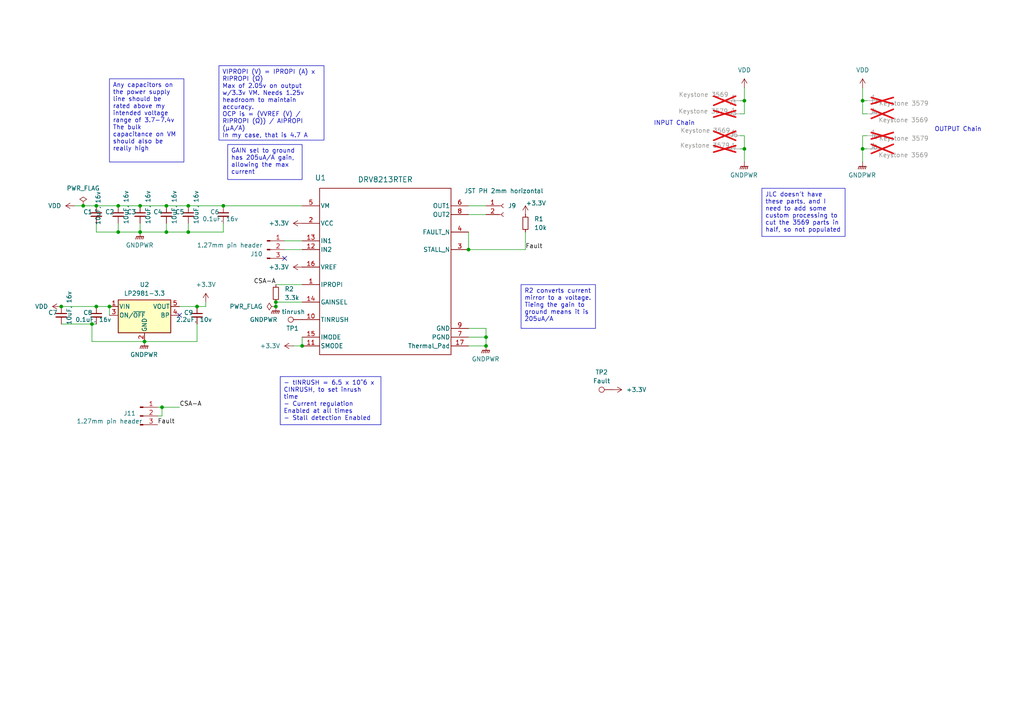
<source format=kicad_sch>
(kicad_sch (version 20231120) (generator "eeschema") (generator_version "8.0")
  (paper "A4")
  (title_block (date "2024-08-17") (rev "V1"))
  (lib_symbols
    (symbol "Connector:Conn_01x01_Pin" (pin_names (offset 1.016) hide)
      (property "Reference" "J" (at 0 2.54 0))
      (property "Value" "Conn_01x01_Pin" (at 0 -2.54 0))
      (symbol "Conn_01x01_Pin_1_1"
        (polyline (pts (xy 1.27 0) (xy 0.8636 0)) (stroke (width 0.1524)))
        (rectangle (start 0.8636 0.127) (end 0 -0.127) (stroke (width 0.1524)) (fill (type outline)))
        (pin passive line (at 5.08 0 180) (length 3.81) (name "Pin_1") (number "1"))
      )
    )
    (symbol "Connector:Conn_01x01_Socket" (pin_names (offset 1.016) hide)
      (property "Reference" "J" (at 0 2.54 0))
      (property "Value" "Conn_01x01_Socket" (at 0 -2.54 0))
      (symbol "Conn_01x01_Socket_1_1"
        (polyline (pts (xy -1.27 0) (xy -0.508 0)) (stroke (width 0.1524)))
        (arc (start 0 0.508) (mid -0.5058 0) (end 0 -0.508) (stroke (width 0.1524)))
        (pin passive line (at -5.08 0 0) (length 3.81) (name "Pin_1") (number "1"))
      )
    )
    (symbol "Connector:Conn_01x02_Socket" (pin_names (offset 1.016) hide)
      (property "Reference" "J" (at 0 2.54 0))
      (property "Value" "Conn_01x02_Socket" (at 0 -5.08 0))
      (symbol "Conn_01x02_Socket_1_1"
        (arc (start 0 -2.032) (mid -0.5058 -2.54) (end 0 -3.048) (stroke (width 0.1524)))
        (polyline (pts (xy -1.27 -2.54) (xy -0.508 -2.54)) (stroke (width 0.1524)))
        (polyline (pts (xy -1.27 0) (xy -0.508 0)) (stroke (width 0.1524)))
        (arc (start 0 0.508) (mid -0.5058 0) (end 0 -0.508) (stroke (width 0.1524)))
        (pin passive line (at -5.08 0 0) (length 3.81) (name "Pin_1") (number "1"))
        (pin passive line (at -5.08 -2.54 0) (length 3.81) (name "Pin_2") (number "2"))
      )
    )
    (symbol "Connector:Conn_01x03_Pin" (pin_names (offset 1.016) hide)
      (property "Reference" "J" (at 0 5.08 0))
      (property "Value" "Conn_01x03_Pin" (at 0 -5.08 0))
      (symbol "Conn_01x03_Pin_1_1"
        (polyline (pts (xy 1.27 -2.54) (xy 0.8636 -2.54)) (stroke (width 0.1524)))
        (polyline (pts (xy 1.27 0) (xy 0.8636 0)) (stroke (width 0.1524)))
        (polyline (pts (xy 1.27 2.54) (xy 0.8636 2.54)) (stroke (width 0.1524)))
        (rectangle (start 0.8636 -2.413) (end 0 -2.667) (stroke (width 0.1524)) (fill (type outline)))
        (rectangle (start 0.8636 0.127) (end 0 -0.127) (stroke (width 0.1524)) (fill (type outline)))
        (rectangle (start 0.8636 2.667) (end 0 2.413) (stroke (width 0.1524)) (fill (type outline)))
        (pin passive line (at 5.08 2.54 180) (length 3.81) (name "Pin_1") (number "1"))
        (pin passive line (at 5.08 0 180) (length 3.81) (name "Pin_2") (number "2"))
        (pin passive line (at 5.08 -2.54 180) (length 3.81) (name "Pin_3") (number "3"))
      )
    )
    (symbol "Connector:TestPoint" (pin_numbers hide) (pin_names (offset 0.762) hide)
      (property "Reference" "TP" (at 0 6.858 0))
      (property "Value" "TestPoint" (at 0 5.08 0))
      (symbol "TestPoint_0_1"
        (circle (center 0 3.302) (radius 0.762))
      )
      (symbol "TestPoint_1_1"
        (pin passive line (at 0 0 90) (length 2.54) (name "1") (number "1"))
      )
    )
    (symbol "DRV8213-wson-16:DRV8213RTER" (pin_names (offset 0.254))
      (property "Reference" "U" (at 0 2.54 0))
      (property "Value" "DRV8213RTER" (at 0 0 0))
      (symbol "DRV8213RTER_0_1"
        (polyline (pts (xy 5.08 -43.18) (xy 43.18 -43.18)) (stroke (width 0.2032)))
        (polyline (pts (xy 5.08 5.08) (xy 5.08 -43.18)) (stroke (width 0.2032)))
        (polyline (pts (xy 43.18 -43.18) (xy 43.18 5.08)) (stroke (width 0.2032)))
        (polyline (pts (xy 43.18 5.08) (xy 5.08 5.08)) (stroke (width 0.2032)))
        (pin unspecified line (at 0 -22.86 0) (length 5.08) (name "IPROPI") (number "1"))
        (pin unspecified line (at 0 -33.02 0) (length 5.08) (name "TINRUSH") (number "10"))
        (pin input line (at 0 -40.64 0) (length 5.08) (name "SMODE") (number "11"))
        (pin input line (at 0 -12.7 0) (length 5.08) (name "IN2") (number "12"))
        (pin input line (at 0 -10.16 0) (length 5.08) (name "IN1") (number "13"))
        (pin input line (at 0 -27.94 0) (length 5.08) (name "GAINSEL") (number "14"))
        (pin input line (at 0 -38.1 0) (length 5.08) (name "IMODE") (number "15"))
        (pin unspecified line (at 0 -17.78 0) (length 5.08) (name "VREF") (number "16"))
        (pin power_in line (at 48.26 -40.64 180) (length 5.08) (name "Thermal_Pad") (number "17"))
        (pin power_in line (at 0 -5.08 0) (length 5.08) (name "VCC") (number "2"))
        (pin open_collector line (at 48.26 -12.7 180) (length 5.08) (name "STALL_N") (number "3"))
        (pin open_collector line (at 48.26 -7.62 180) (length 5.08) (name "FAULT_N") (number "4"))
        (pin power_in line (at 0 0 0) (length 5.08) (name "VM") (number "5"))
        (pin unspecified line (at 48.26 0 180) (length 5.08) (name "OUT1") (number "6"))
        (pin power_in line (at 48.26 -38.1 180) (length 5.08) (name "PGND") (number "7"))
        (pin unspecified line (at 48.26 -2.54 180) (length 5.08) (name "OUT2") (number "8"))
        (pin power_in line (at 48.26 -35.56 180) (length 5.08) (name "GND") (number "9"))
      )
    )
    (symbol "Device:C_Small" (pin_numbers hide) (pin_names (offset 0.254) hide)
      (property "Reference" "C" (at 0.254 1.778 0))
      (property "Value" "C_Small" (at 0.254 -2.032 0))
      (symbol "C_Small_0_1"
        (polyline (pts (xy -1.524 -0.508) (xy 1.524 -0.508)) (stroke (width 0.3302)))
        (polyline (pts (xy -1.524 0.508) (xy 1.524 0.508)) (stroke (width 0.3048)))
      )
      (symbol "C_Small_1_1"
        (pin passive line (at 0 2.54 270) (length 2.032) (name "~") (number "1"))
        (pin passive line (at 0 -2.54 90) (length 2.032) (name "~") (number "2"))
      )
    )
    (symbol "Device:R_Small" (pin_numbers hide) (pin_names (offset 0.254) hide)
      (property "Reference" "R" (at 0.762 0.508 0))
      (property "Value" "R_Small" (at 0.762 -1.016 0))
      (symbol "R_Small_0_1"
        (rectangle (start -0.762 1.778) (end 0.762 -1.778) (stroke (width 0.2032)))
      )
      (symbol "R_Small_1_1"
        (pin passive line (at 0 2.54 270) (length 0.762) (name "~") (number "1"))
        (pin passive line (at 0 -2.54 90) (length 0.762) (name "~") (number "2"))
      )
    )
    (symbol "Regulator_Linear:LP2985-3.3" (pin_names (offset 0.254))
      (property "Reference" "U" (at -6.35 5.715 0))
      (property "Value" "LP2985-3.3" (at 0 5.715 0))
      (symbol "LP2985-3.3_0_1"
        (rectangle (start -7.62 -5.08) (end 7.62 4.445) (stroke (width 0.254)) (fill (type background)))
      )
      (symbol "LP2985-3.3_1_1"
        (pin power_in line (at -10.16 2.54 0) (length 2.54) (name "VIN") (number "1"))
        (pin power_in line (at 0 -7.62 90) (length 2.54) (name "GND") (number "2"))
        (pin input line (at -10.16 0 0) (length 2.54) (name "ON/~{OFF}") (number "3"))
        (pin input line (at 10.16 0 180) (length 2.54) (name "BP") (number "4"))
        (pin power_out line (at 10.16 2.54 180) (length 2.54) (name "VOUT") (number "5"))
      )
    )
    (symbol "power:+3.3V" (power) (pin_numbers hide) (pin_names (offset 0) hide)
      (property "Value" "+3.3V" (at 0 3.556 0))
      (symbol "+3.3V_0_1"
        (polyline (pts (xy -0.762 1.27) (xy 0 2.54)))
        (polyline (pts (xy 0 0) (xy 0 2.54)))
        (polyline (pts (xy 0 2.54) (xy 0.762 1.27)))
      )
      (symbol "+3.3V_1_1"
        (pin power_in line (at 0 0 90) (length 0) (name "~") (number "1"))
      )
    )
    (symbol "power:GNDPWR" (power) (pin_numbers hide) (pin_names (offset 0) hide)
      (property "Value" "GNDPWR" (at 0 -3.302 0))
      (symbol "GNDPWR_0_1"
        (polyline (pts (xy 0 -1.27) (xy 0 0)))
        (polyline (pts (xy -1.016 -1.27) (xy -1.27 -2.032) (xy -1.27 -2.032)) (stroke (width 0.2032)))
        (polyline (pts (xy -0.508 -1.27) (xy -0.762 -2.032) (xy -0.762 -2.032)) (stroke (width 0.2032)))
        (polyline (pts (xy 0 -1.27) (xy -0.254 -2.032) (xy -0.254 -2.032)) (stroke (width 0.2032)))
        (polyline (pts (xy 0.508 -1.27) (xy 0.254 -2.032) (xy 0.254 -2.032)) (stroke (width 0.2032)))
        (polyline (pts (xy 1.016 -1.27) (xy -1.016 -1.27) (xy -1.016 -1.27)) (stroke (width 0.2032)))
        (polyline (pts (xy 1.016 -1.27) (xy 0.762 -2.032) (xy 0.762 -2.032) (xy 0.762 -2.032)) (stroke (width 0.2032)))
      )
      (symbol "GNDPWR_1_1"
        (pin power_in line (at 0 0 270) (length 0) (name "~") (number "1"))
      )
    )
    (symbol "power:PWR_FLAG" (power) (pin_numbers hide) (pin_names (offset 0) hide)
      (property "Value" "PWR_FLAG" (at 0 3.81 0))
      (symbol "PWR_FLAG_0_0"
        (pin power_out line (at 0 0 90) (length 0) (name "~") (number "1"))
      )
      (symbol "PWR_FLAG_0_1"
        (polyline (pts (xy 0 0) (xy 0 1.27) (xy -1.016 1.905) (xy 0 2.54) (xy 1.016 1.905) (xy 0 1.27)))
      )
    )
    (symbol "power:VDD" (power) (pin_numbers hide) (pin_names (offset 0) hide)
      (property "Value" "VDD" (at 0 3.556 0))
      (symbol "VDD_0_1"
        (polyline (pts (xy -0.762 1.27) (xy 0 2.54)))
        (polyline (pts (xy 0 0) (xy 0 2.54)))
        (polyline (pts (xy 0 2.54) (xy 0.762 1.27)))
      )
      (symbol "VDD_1_1"
        (pin power_in line (at 0 0 90) (length 0) (name "~") (number "1"))
      )
    )
  )
  (junction (at 48.26 59.69))
  (junction (at 64.77 59.69))
  (junction (at 17.78 88.9))
  (junction (at 140.97 100.33))
  (junction (at 41.91 99.06))
  (junction (at 250.19 29.21))
  (junction (at 215.9 43.18))
  (junction (at 57.15 88.9))
  (junction (at 54.61 59.69))
  (junction (at 40.64 67.31))
  (junction (at 48.26 67.31))
  (junction (at 24.13 59.69))
  (junction (at 140.97 97.79))
  (junction (at 27.94 59.69))
  (junction (at 215.9 29.21))
  (junction (at 31.75 88.9))
  (junction (at 26.67 93.98))
  (junction (at 87.63 100.33))
  (junction (at 80.01 87.63))
  (junction (at 40.64 59.69))
  (junction (at 34.29 67.31))
  (junction (at 250.19 43.18))
  (junction (at 27.94 88.9))
  (junction (at 46.99 118.11))
  (junction (at 80.01 88.9))
  (junction (at 54.61 67.31))
  (junction (at 34.29 59.69))
  (junction (at 135.89 72.39))
  (no_connect (at 52.07 91.44))
  (no_connect (at 82.55 74.93))
  (wire (pts (xy 215.9 43.18) (xy 215.9 46.99)))
  (wire (pts (xy 48.26 64.77) (xy 48.26 67.31)))
  (wire (pts (xy 31.75 88.9) (xy 31.75 91.44)))
  (wire (pts (xy 27.94 67.31) (xy 27.94 64.77)))
  (wire (pts (xy 64.77 59.69) (xy 87.63 59.69)))
  (wire (pts (xy 40.64 64.77) (xy 40.64 67.31)))
  (wire (pts (xy 27.94 67.31) (xy 34.29 67.31)))
  (wire (pts (xy 54.61 67.31) (xy 48.26 67.31)))
  (wire (pts (xy 54.61 64.77) (xy 54.61 67.31)))
  (wire (pts (xy 45.72 120.65) (xy 46.99 120.65)))
  (wire (pts (xy 250.19 29.21) (xy 251.46 29.21)))
  (wire (pts (xy 85.09 100.33) (xy 87.63 100.33)))
  (wire (pts (xy 215.9 33.02) (xy 214.63 33.02)))
  (wire (pts (xy 34.29 67.31) (xy 34.29 64.77)))
  (wire (pts (xy 59.69 88.9) (xy 59.69 87.63)))
  (wire (pts (xy 250.19 25.4) (xy 250.19 29.21)))
  (wire (pts (xy 214.63 39.37) (xy 215.9 39.37)))
  (wire (pts (xy 34.29 67.31) (xy 40.64 67.31)))
  (wire (pts (xy 250.19 39.37) (xy 250.19 43.18)))
  (wire (pts (xy 27.94 59.69) (xy 34.29 59.69)))
  (wire (pts (xy 140.97 97.79) (xy 140.97 100.33)))
  (wire (pts (xy 64.77 67.31) (xy 54.61 67.31)))
  (wire (pts (xy 64.77 64.77) (xy 64.77 67.31)))
  (wire (pts (xy 214.63 43.18) (xy 215.9 43.18)))
  (wire (pts (xy 46.99 118.11) (xy 45.72 118.11)))
  (wire (pts (xy 152.4 72.39) (xy 135.89 72.39)))
  (wire (pts (xy 215.9 29.21) (xy 215.9 33.02)))
  (wire (pts (xy 80.01 82.55) (xy 87.63 82.55)))
  (wire (pts (xy 82.55 69.85) (xy 87.63 69.85)))
  (wire (pts (xy 26.67 99.06) (xy 26.67 93.98)))
  (wire (pts (xy 87.63 87.63) (xy 80.01 87.63)))
  (wire (pts (xy 250.19 43.18) (xy 250.19 46.99)))
  (wire (pts (xy 152.4 67.31) (xy 152.4 72.39)))
  (wire (pts (xy 215.9 25.4) (xy 215.9 29.21)))
  (wire (pts (xy 250.19 29.21) (xy 250.19 33.02)))
  (wire (pts (xy 26.67 93.98) (xy 27.94 93.98)))
  (wire (pts (xy 27.94 88.9) (xy 31.75 88.9)))
  (wire (pts (xy 250.19 33.02) (xy 251.46 33.02)))
  (wire (pts (xy 40.64 59.69) (xy 48.26 59.69)))
  (wire (pts (xy 82.55 72.39) (xy 87.63 72.39)))
  (wire (pts (xy 135.89 62.23) (xy 140.97 62.23)))
  (wire (pts (xy 140.97 95.25) (xy 140.97 97.79)))
  (wire (pts (xy 251.46 39.37) (xy 250.19 39.37)))
  (wire (pts (xy 135.89 97.79) (xy 140.97 97.79)))
  (wire (pts (xy 46.99 120.65) (xy 46.99 118.11)))
  (wire (pts (xy 48.26 59.69) (xy 54.61 59.69)))
  (wire (pts (xy 57.15 88.9) (xy 59.69 88.9)))
  (wire (pts (xy 17.78 93.98) (xy 26.67 93.98)))
  (wire (pts (xy 250.19 43.18) (xy 251.46 43.18)))
  (wire (pts (xy 34.29 59.69) (xy 40.64 59.69)))
  (wire (pts (xy 135.89 100.33) (xy 140.97 100.33)))
  (wire (pts (xy 135.89 67.31) (xy 135.89 72.39)))
  (wire (pts (xy 80.01 87.63) (xy 80.01 88.9)))
  (wire (pts (xy 40.64 67.31) (xy 48.26 67.31)))
  (wire (pts (xy 57.15 93.98) (xy 57.15 99.06)))
  (wire (pts (xy 135.89 95.25) (xy 140.97 95.25)))
  (wire (pts (xy 21.59 59.69) (xy 24.13 59.69)))
  (wire (pts (xy 215.9 39.37) (xy 215.9 43.18)))
  (wire (pts (xy 17.78 88.9) (xy 27.94 88.9)))
  (wire (pts (xy 26.67 99.06) (xy 41.91 99.06)))
  (wire (pts (xy 54.61 59.69) (xy 64.77 59.69)))
  (wire (pts (xy 87.63 97.79) (xy 87.63 100.33)))
  (wire (pts (xy 24.13 59.69) (xy 27.94 59.69)))
  (wire (pts (xy 41.91 99.06) (xy 57.15 99.06)))
  (wire (pts (xy 214.63 29.21) (xy 215.9 29.21)))
  (wire (pts (xy 135.89 59.69) (xy 140.97 59.69)))
  (wire (pts (xy 52.07 118.11) (xy 46.99 118.11)))
  (wire (pts (xy 52.07 88.9) (xy 57.15 88.9)))
  (text_box "GAIN sel to ground has 205uA/A gain, allowing the max current" (at 66.04 41.91 0) (size 21.59 10.16) (effects (font (size 1.27 1.27)) (justify left top)))
  (text_box "R2 converts current mirror to a voltage. Tieing the gain to ground means it is 205uA/A" (at 151.13 82.55 0) (size 21.59 12.7) (effects (font (size 1.27 1.27)) (justify left top)))
  (text_box "VIPROPI (V) = IPROPI (A) x RIPROPI (Ω)\nMax of 2.05v on output w/3.3v VM. Needs 1.25v headroom to maintain accuracy.\nOCP is = (VVREF (V) / RIPROPI (Ω)) / AIPROPI (μA/A)\nIn my case, that is 4.7 A" (at 63.5 19.05 0) (size 30.48 21.59) (effects (font (size 1.27 1.27)) (justify left top)))
  (text_box "- tINRUSH = 6.5 x 10^6 x CINRUSH, to set inrush time\n- Current regulation Enabled at all times\n- Stall detection Enabled" (at 81.28 109.22 0) (size 29.21 13.97) (effects (font (size 1.27 1.27)) (justify left top)))
  (text_box "JLC doesn't have these parts, and I need to add some custom processing to cut the 3569 parts in half, so not populated" (at 220.98 54.61 0) (size 24.13 13.97) (effects (font (size 1.27 1.27)) (justify left top)))
  (text_box "Any capacitors on the power supply line should be rated above my intended voltage range of 3.7-7.4v\nThe bulk capacitance on VM should also be really high" (at 31.75 22.86 0) (size 21.59 24.13) (effects (font (size 1.27 1.27)) (justify left top)))
  (text "INPUT Chain" (at 195.58 35.814 0) (effects (font (size 1.27 1.27))))
  (text "OUTPUT Chain" (at 277.876 37.592 0) (effects (font (size 1.27 1.27))))
  (label "Fault" (at 152.4 72.39 0))
  (label "CSA-A" (at 80.01 82.55 180))
  (label "Fault" (at 45.72 123.19 0))
  (label "CSA-A" (at 52.07 118.11 0))
  (symbol (lib_id "power:GNDPWR") (at 250.19 46.99 0) (unit 1)
    (property "Reference" "#PWR04" (effects (hide yes)))
    (property "Value" "GNDPWR" (at 250.063 50.8 0))
    (property "Description" "Power symbol creates a global label with name \"GNDPWR\" , global ground" (effects (hide yes)))
  )
  (symbol (lib_id "Connector:Conn_01x01_Pin") (at 209.55 33.02 0) (unit 1) (dnp yes)
    (property "Reference" "J3" (at 212.598 32.766 0))
    (property "Value" "Keystone 3579" (at 203.962 32.258 0))
    (property "Footprint" "custom_Connector:Keystone_3579" (effects (hide yes)))
    (property "Description" "Generic connector, single row, 01x01, script generated" (effects (hide yes)))
  )
  (symbol (lib_id "power:+3.3V") (at 87.63 64.77 90) (unit 1)
    (property "Reference" "#PWR07" (effects (hide yes)))
    (property "Value" "+3.3V" (at 83.82 64.7699 90) (effects (justify left)))
    (property "Description" "Power symbol creates a global label with name \"+3.3V\"" (effects (hide yes)))
  )
  (symbol (lib_id "Device:R_Small") (at 80.01 85.09 0) (unit 1)
    (property "Reference" "R2" (at 82.55 83.8199 0) (effects (justify left)))
    (property "Value" "3.3k" (at 82.55 86.3599 0) (effects (justify left)))
    (property "Footprint" "Resistor_SMD:R_0402_1005Metric" (effects (hide yes)))
    (property "Description" "Resistor, small symbol" (effects (hide yes)))
  )
  (symbol (lib_id "Device:C_Small") (at 17.78 91.44 0) (unit 1)
    (property "Reference" "C7" (at 13.97 90.678 0) (effects (justify left)))
    (property "Value" "10uF, 16v" (at 20.066 94.234 90) (effects (justify left)))
    (property "Footprint" "Capacitor_SMD:C_0603_1608Metric" (effects (hide yes)))
    (property "Description" "Unpolarized capacitor, small symbol" (effects (hide yes)))
  )
  (symbol (lib_id "Device:C_Small") (at 40.64 62.23 0) (unit 1)
    (property "Reference" "C3" (at 36.83 61.468 0) (effects (justify left)))
    (property "Value" "10uF, 16v" (at 42.926 65.024 90) (effects (justify left)))
    (property "Footprint" "Capacitor_SMD:C_0603_1608Metric" (effects (hide yes)))
    (property "Description" "Unpolarized capacitor, small symbol" (effects (hide yes)))
  )
  (symbol (lib_id "power:GNDPWR") (at 40.64 67.31 0) (unit 1)
    (property "Reference" "#PWR08" (effects (hide yes)))
    (property "Value" "GNDPWR" (at 40.513 71.12 0))
    (property "Description" "Power symbol creates a global label with name \"GNDPWR\" , global ground" (effects (hide yes)))
  )
  (symbol (lib_id "Connector:Conn_01x01_Pin") (at 256.54 29.21 180) (unit 1) (dnp yes)
    (property "Reference" "J2" (at 253.492 29.464 0))
    (property "Value" "Keystone 3579" (at 262.128 29.972 0))
    (property "Footprint" "custom_Connector:Keystone_3579" (effects (hide yes)))
    (property "Description" "Generic connector, single row, 01x01, script generated" (effects (hide yes)))
  )
  (symbol (lib_id "Device:C_Small") (at 34.29 62.23 0) (unit 1)
    (property "Reference" "C2" (at 30.48 61.468 0) (effects (justify left)))
    (property "Value" "10uF, 16v" (at 36.576 65.024 90) (effects (justify left)))
    (property "Footprint" "Capacitor_SMD:C_0603_1608Metric" (effects (hide yes)))
    (property "Description" "Unpolarized capacitor, small symbol" (effects (hide yes)))
  )
  (symbol (lib_id "Connector:Conn_01x01_Pin") (at 209.55 43.18 0) (unit 1) (dnp yes)
    (property "Reference" "J7" (at 212.598 42.926 0))
    (property "Value" "Keystone 3579" (at 204.47 42.164 0))
    (property "Footprint" "custom_Connector:Keystone_3579" (effects (hide yes)))
    (property "Description" "Generic connector, single row, 01x01, script generated" (effects (hide yes)))
  )
  (symbol (lib_id "Connector:TestPoint") (at 177.8 113.03 90) (unit 1) (in_bom no)
    (property "Reference" "TP2" (at 174.498 107.95 90))
    (property "Value" "Fault" (at 174.498 110.49 90))
    (property "Footprint" "TestPoint:TestPoint_Pad_D1.0mm" (effects (hide yes)))
    (property "Description" "test point" (effects (hide yes)))
  )
  (symbol (lib_id "DRV8213-wson-16:DRV8213RTER") (at 87.63 59.69 0) (unit 1)
    (property "Reference" "U1" (at 92.964 51.562 0) (effects (font (size 1.524 1.524))))
    (property "Value" "DRV8213RTER" (at 111.76 52.07 0) (effects (font (size 1.524 1.524))))
    (property "Footprint" "Package_DFN_QFN:WQFN-16-1EP_3x3mm_P0.5mm_EP1.68x1.68mm_ThermalVias" (effects (hide yes)))
    (property "Datasheet" "DRV8213RTER" (effects (hide yes)))
  )
  (symbol (lib_id "Device:C_Small") (at 48.26 62.23 0) (unit 1)
    (property "Reference" "C4" (at 44.45 61.468 0) (effects (justify left)))
    (property "Value" "10uF, 16v" (at 50.546 65.024 90) (effects (justify left)))
    (property "Footprint" "Capacitor_SMD:C_0603_1608Metric" (effects (hide yes)))
    (property "Description" "Unpolarized capacitor, small symbol" (effects (hide yes)))
  )
  (symbol (lib_id "power:GNDPWR") (at 140.97 100.33 0) (unit 1)
    (property "Reference" "#PWR015" (effects (hide yes)))
    (property "Value" "GNDPWR" (at 140.843 104.14 0))
    (property "Description" "Power symbol creates a global label with name \"GNDPWR\" , global ground" (effects (hide yes)))
  )
  (symbol (lib_id "power:VDD") (at 21.59 59.69 90) (unit 1)
    (property "Reference" "#PWR05" (effects (hide yes)))
    (property "Value" "VDD" (at 17.78 59.6899 90) (effects (justify left)))
    (property "Description" "Power symbol creates a global label with name \"VDD\"" (effects (hide yes)))
  )
  (symbol (lib_id "Connector:Conn_01x03_Pin") (at 77.47 72.39 0) (unit 1)
    (property "Reference" "J10" (at 76.2 73.6601 0) (effects (justify right)))
    (property "Value" "1.27mm pin header" (at 76.2 71.1201 0) (effects (justify right)))
    (property "Footprint" "Connector_PinHeader_1.27mm:PinHeader_1x03_P1.27mm_Horizontal" (effects (hide yes)))
    (property "Description" "Generic connector, single row, 01x03, script generated" (effects (hide yes)))
  )
  (symbol (lib_id "Device:C_Small") (at 57.15 91.44 0) (unit 1)
    (property "Reference" "C9" (at 53.34 90.678 0) (effects (justify left)))
    (property "Value" "2.2uF, 10v" (at 51.054 92.71 0) (effects (justify left)))
    (property "Footprint" "Capacitor_SMD:C_0402_1005Metric" (effects (hide yes)))
    (property "Description" "Unpolarized capacitor, small symbol" (effects (hide yes)))
  )
  (symbol (lib_id "power:PWR_FLAG") (at 80.01 88.9 90) (unit 1)
    (property "Reference" "#FLG02" (effects (hide yes)))
    (property "Value" "PWR_FLAG" (at 76.2 88.8999 90) (effects (justify left)))
    (property "Description" "Special symbol for telling ERC where power comes from" (effects (hide yes)))
  )
  (symbol (lib_id "Connector:Conn_01x01_Socket") (at 209.55 29.21 180) (unit 1) (dnp yes)
    (property "Reference" "J1" (at 213.868 29.718 0) (effects (justify left)))
    (property "Value" "Keystone 3569" (at 211.328 27.432 0) (effects (justify left)))
    (property "Footprint" "custom_Connector:Keystone_3569_half" (effects (hide yes)))
    (property "Description" "Generic connector, single row, 01x01, script generated" (effects (hide yes)))
  )
  (symbol (lib_id "Device:C_Small") (at 27.94 62.23 0) (unit 1)
    (property "Reference" "C1" (at 24.13 61.468 0) (effects (justify left)))
    (property "Value" "10uF, 16v" (at 28.448 65.278 90) (effects (justify left)))
    (property "Footprint" "Capacitor_SMD:C_0603_1608Metric" (effects (hide yes)))
    (property "Description" "Unpolarized capacitor, small symbol" (effects (hide yes)))
  )
  (symbol (lib_id "power:+3.3V") (at 152.4 62.23 0) (unit 1)
    (property "Reference" "#PWR06" (effects (hide yes)))
    (property "Value" "+3.3V" (at 155.448 58.928 0))
    (property "Description" "Power symbol creates a global label with name \"+3.3V\"" (effects (hide yes)))
  )
  (symbol (lib_id "power:VDD") (at 17.78 88.9 90) (unit 1)
    (property "Reference" "#PWR011" (effects (hide yes)))
    (property "Value" "VDD" (at 13.97 88.8999 90) (effects (justify left)))
    (property "Description" "Power symbol creates a global label with name \"VDD\"" (effects (hide yes)))
  )
  (symbol (lib_id "Device:C_Small") (at 54.61 62.23 0) (unit 1)
    (property "Reference" "C5" (at 50.8 61.468 0) (effects (justify left)))
    (property "Value" "10uF, 16v" (at 56.896 65.024 90) (effects (justify left)))
    (property "Footprint" "Capacitor_SMD:C_0603_1608Metric" (effects (hide yes)))
    (property "Description" "Unpolarized capacitor, small symbol" (effects (hide yes)))
  )
  (symbol (lib_id "power:PWR_FLAG") (at 24.13 59.69 0) (unit 1)
    (property "Reference" "#FLG01" (effects (hide yes)))
    (property "Value" "PWR_FLAG" (at 24.13 54.61 0))
    (property "Description" "Special symbol for telling ERC where power comes from" (effects (hide yes)))
  )
  (symbol (lib_id "power:+3.3V") (at 87.63 77.47 90) (unit 1)
    (property "Reference" "#PWR09" (effects (hide yes)))
    (property "Value" "+3.3V" (at 83.82 77.4699 90) (effects (justify left)))
    (property "Description" "Power symbol creates a global label with name \"+3.3V\"" (effects (hide yes)))
  )
  (symbol (lib_id "Device:C_Small") (at 27.94 91.44 0) (unit 1)
    (property "Reference" "C8" (at 24.13 90.678 0) (effects (justify left)))
    (property "Value" "0.1uF, 16v" (at 21.844 92.71 0) (effects (justify left)))
    (property "Footprint" "Capacitor_SMD:C_0402_1005Metric" (effects (hide yes)))
    (property "Description" "Unpolarized capacitor, small symbol" (effects (hide yes)))
  )
  (symbol (lib_id "Connector:Conn_01x02_Socket") (at 146.05 59.69 0) (unit 1)
    (property "Reference" "J9" (at 147.32 59.6899 0) (effects (justify left)))
    (property "Value" "JST PH 2mm horizontal" (at 134.62 55.372 0) (effects (justify left)))
    (property "Footprint" "Connector_JST:JST_PH_S2B-PH-K_1x02_P2.00mm_Horizontal" (effects (hide yes)))
    (property "Description" "Generic connector, single row, 01x02, script generated" (effects (hide yes)))
  )
  (symbol (lib_id "Connector:Conn_01x01_Pin") (at 256.54 39.37 180) (unit 1) (dnp yes)
    (property "Reference" "J6" (at 253.492 39.624 0))
    (property "Value" "Keystone 3579" (at 262.128 40.132 0))
    (property "Footprint" "custom_Connector:Keystone_3579" (effects (hide yes)))
    (property "Description" "Generic connector, single row, 01x01, script generated" (effects (hide yes)))
  )
  (symbol (lib_id "Connector:Conn_01x03_Pin") (at 40.64 120.65 0) (unit 1)
    (property "Reference" "J11" (at 37.592 119.888 0))
    (property "Value" "1.27mm pin header" (at 31.75 122.174 0))
    (property "Footprint" "Connector_PinHeader_1.27mm:PinHeader_1x03_P1.27mm_Horizontal" (effects (hide yes)))
    (property "Description" "Generic connector, single row, 01x03, script generated" (effects (hide yes)))
  )
  (symbol (lib_id "power:GNDPWR") (at 80.01 88.9 0) (unit 1)
    (property "Reference" "#PWR012" (effects (hide yes)))
    (property "Value" "GNDPWR" (at 76.454 92.71 0))
    (property "Description" "Power symbol creates a global label with name \"GNDPWR\" , global ground" (effects (hide yes)))
  )
  (symbol (lib_id "power:+3.3V") (at 177.8 113.03 270) (unit 1)
    (property "Reference" "#PWR016" (effects (hide yes)))
    (property "Value" "+3.3V" (at 181.61 113.0299 90) (effects (justify left)))
    (property "Description" "Power symbol creates a global label with name \"+3.3V\"" (effects (hide yes)))
  )
  (symbol (lib_id "power:+3.3V") (at 59.69 87.63 0) (unit 1)
    (property "Reference" "#PWR010" (effects (hide yes)))
    (property "Value" "+3.3V" (at 59.69 82.55 0))
    (property "Description" "Power symbol creates a global label with name \"+3.3V\"" (effects (hide yes)))
  )
  (symbol (lib_id "power:+3.3V") (at 85.09 100.33 90) (unit 1)
    (property "Reference" "#PWR014" (effects (hide yes)))
    (property "Value" "+3.3V" (at 81.28 100.3299 90) (effects (justify left)))
    (property "Description" "Power symbol creates a global label with name \"+3.3V\"" (effects (hide yes)))
  )
  (symbol (lib_id "Device:C_Small") (at 64.77 62.23 0) (unit 1)
    (property "Reference" "C6" (at 60.96 61.468 0) (effects (justify left)))
    (property "Value" "0.1uF, 16v" (at 58.674 63.5 0) (effects (justify left)))
    (property "Footprint" "Capacitor_SMD:C_0402_1005Metric" (effects (hide yes)))
    (property "Description" "Unpolarized capacitor, small symbol" (effects (hide yes)))
  )
  (symbol (lib_id "power:VDD") (at 250.19 25.4 0) (unit 1)
    (property "Reference" "#PWR02" (effects (hide yes)))
    (property "Value" "VDD" (at 250.19 20.32 0))
    (property "Description" "Power symbol creates a global label with name \"VDD\"" (effects (hide yes)))
  )
  (symbol (lib_id "Connector:Conn_01x01_Socket") (at 209.55 39.37 180) (unit 1) (dnp yes)
    (property "Reference" "J5" (at 214.122 39.116 0) (effects (justify left)))
    (property "Value" "Keystone 3569" (at 211.836 37.846 0) (effects (justify left)))
    (property "Footprint" "custom_Connector:Keystone_3569_half" (effects (hide yes)))
    (property "Description" "Generic connector, single row, 01x01, script generated" (effects (hide yes)))
  )
  (symbol (lib_id "power:GNDPWR") (at 41.91 99.06 0) (unit 1)
    (property "Reference" "#PWR013" (effects (hide yes)))
    (property "Value" "GNDPWR" (at 41.783 102.87 0))
    (property "Description" "Power symbol creates a global label with name \"GNDPWR\" , global ground" (effects (hide yes)))
  )
  (symbol (lib_id "Regulator_Linear:LP2985-3.3") (at 41.91 91.44 0) (unit 1)
    (property "Reference" "U2" (at 41.91 82.55 0))
    (property "Value" "LP2981-3.3" (at 41.91 85.09 0))
    (property "Footprint" "Package_TO_SOT_SMD:SOT-23-5" (effects (hide yes)))
    (property "Datasheet" "http://www.ti.com/lit/ds/symlink/lp2981.pdf" (effects (hide yes)))
    (property "Description" "150mA 16V Low-noise Low-dropout Regulator With Shutdown, 3.3V output voltage, SOT-23-5" (effects (hide yes)))
  )
  (symbol (lib_id "power:GNDPWR") (at 215.9 46.99 0) (unit 1)
    (property "Reference" "#PWR03" (effects (hide yes)))
    (property "Value" "GNDPWR" (at 215.773 50.8 0))
    (property "Description" "Power symbol creates a global label with name \"GNDPWR\" , global ground" (effects (hide yes)))
  )
  (symbol (lib_id "power:VDD") (at 215.9 25.4 0) (unit 1)
    (property "Reference" "#PWR01" (effects (hide yes)))
    (property "Value" "VDD" (at 215.9 20.32 0))
    (property "Description" "Power symbol creates a global label with name \"VDD\"" (effects (hide yes)))
  )
  (symbol (lib_id "Device:R_Small") (at 152.4 64.77 0) (unit 1)
    (property "Reference" "R1" (at 154.94 63.4999 0) (effects (justify left)))
    (property "Value" "10k" (at 154.94 66.0399 0) (effects (justify left)))
    (property "Footprint" "Resistor_SMD:R_0402_1005Metric" (effects (hide yes)))
    (property "Description" "Resistor, small symbol" (effects (hide yes)))
  )
  (symbol (lib_id "Connector:TestPoint") (at 87.63 92.71 90) (unit 1) (in_bom no)
    (property "Reference" "TP1" (at 84.836 95.25 90))
    (property "Value" "tinrush" (at 85.09 90.424 90))
    (property "Footprint" "TestPoint:TestPoint_Pad_D1.0mm" (effects (hide yes)))
    (property "Description" "test point" (effects (hide yes)))
  )
  (symbol (lib_id "Connector:Conn_01x01_Socket") (at 256.54 43.18 0) (unit 1) (dnp yes)
    (property "Reference" "J8" (at 252.222 42.672 0) (effects (justify left)))
    (property "Value" "Keystone 3569" (at 254.762 44.958 0) (effects (justify left)))
    (property "Footprint" "custom_Connector:Keystone_3569_half" (effects (hide yes)))
    (property "Description" "Generic connector, single row, 01x01, script generated" (effects (hide yes)))
  )
  (symbol (lib_id "Connector:Conn_01x01_Socket") (at 256.54 33.02 0) (unit 1) (dnp yes)
    (property "Reference" "J4" (at 252.222 32.512 0) (effects (justify left)))
    (property "Value" "Keystone 3569" (at 254.762 34.798 0) (effects (justify left)))
    (property "Footprint" "custom_Connector:Keystone_3569_half" (effects (hide yes)))
    (property "Description" "Generic connector, single row, 01x01, script generated" (effects (hide yes)))
  )
)
</source>
